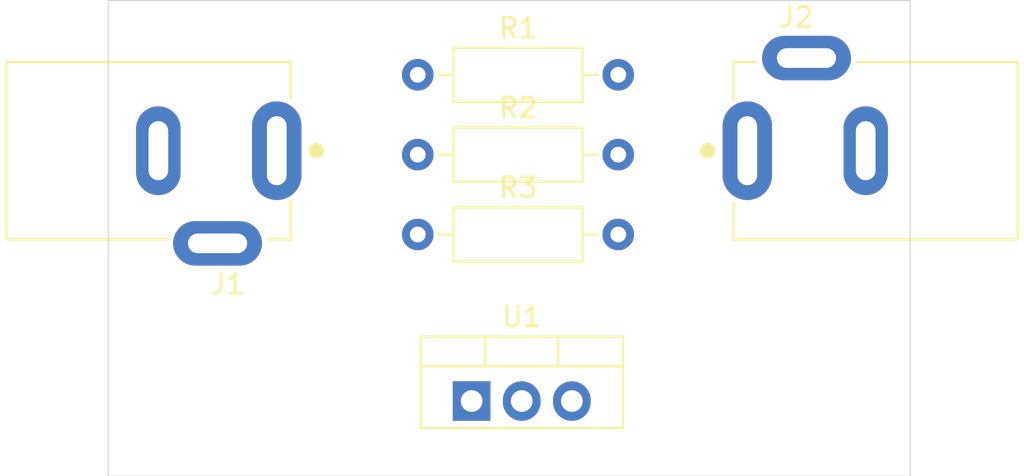
<source format=kicad_pcb>
(kicad_pcb (version 20240108) (generator "pcbnew") (generator_version "8.0")
  (layers (0 "F.Cu" signal) (31 "B.Cu" signal) (34 "B.Paste" user) (35 "F.Paste" user) (36 "B.SilkS" user "B.Silkscreen") (37 "F.SilkS" user "F.Silkscreen") (38 "B.Mask" user) (39 "F.Mask" user) (44 "Edge.Cuts" user))
  (net 0 "")
  (net 1 "GND")
  (net 2 "Net-(U1-VI)")
  (net 3 "Net-(J2-Pin_1)")
  (net 4 "Net-(U1-ADJ)")
  (net 5 "Net-(U1-VO)")
  (footprint "Resistor_THT:R_Axial_DIN0207_L6.3mm_D2.5mm_P10.16mm_Horizontal" (layer "F.Cu") (at 76.01 46.95)
    (property "Reference" "R1" (at 5.08 -2.37 0) (layer "F.SilkS"))
    (property "Value" "237")
    (fp_line (start 1.04 0) (end 1.81 0) (stroke (width 0.12)) (layer "F.SilkS"))
    (fp_line (start 1.81 -1.37) (end 1.81 1.37) (stroke (width 0.12)) (layer "F.SilkS"))
    (fp_line (start 1.81 1.37) (end 8.35 1.37) (stroke (width 0.12)) (layer "F.SilkS"))
    (fp_line (start 8.35 -1.37) (end 1.81 -1.37) (stroke (width 0.12)) (layer "F.SilkS"))
    (fp_line (start 8.35 1.37) (end 8.35 -1.37) (stroke (width 0.12)) (layer "F.SilkS"))
    (fp_line (start 9.12 0) (end 8.35 0) (stroke (width 0.12)) (layer "F.SilkS"))
    (pad "1" thru_hole circle (at 0 0) (size 1.6 1.6) (drill 0.8) (layers "*.Cu" "*.Mask") (net 3 "Net-(J2-Pin_1)"))
    (pad "2" thru_hole oval (at 10.16 0) (size 1.6 1.6) (drill 0.8) (layers "*.Cu" "*.Mask") (net 4 "Net-(U1-ADJ)"))
  )
  (footprint "CUI_PJ-002B:CUI_PJ-002B" (layer "F.Cu") (at 68.865 50.8 180)
    (property "Reference" "J1" (at 2.486547 -6.769195 360) (layer "F.SilkS") (effects (font (size 1.000622 1.000622))))
    (property "Value" "Barrel_Jack")
    (fp_line (start 13.7 4.5) (end -0.7 4.5) (stroke (width 0.127)) (layer "F.SilkS"))
    (fp_line (start 13.7 -4.5) (end 13.7 4.5) (stroke (width 0.127)) (layer "F.SilkS"))
    (fp_line (start 5.55 -4.5) (end 13.7 -4.5) (stroke (width 0.127)) (layer "F.SilkS"))
    (fp_line (start -0.7 4.5) (end -0.7 2.65) (stroke (width 0.127)) (layer "F.SilkS"))
    (fp_line (start -0.7 -2.55) (end -0.7 -4.5) (stroke (width 0.127)) (layer "F.SilkS"))
    (fp_line (start -0.7 -4.5) (end 0.45 -4.5) (stroke (width 0.127)) (layer "F.SilkS"))
    (fp_circle (center -2 0) (end -1.8 0) (stroke (width 0.4)) (fill none) (layer "F.SilkS"))
    (pad "1" thru_hole oval (at 0 0 180) (size 2.5 5) (drill oval 1 3.5) (layers "*.Cu" "*.Mask") (net 2 "Net-(U1-VI)"))
    (pad "2" thru_hole oval (at 6 0 180) (size 2.25 4.5) (drill oval 1 3) (layers "*.Cu" "*.Mask") (net 1 "GND"))
    (pad "3" thru_hole oval (at 3 -4.7 180) (size 4.5 2.25) (drill oval 3 1) (layers "*.Cu" "*.Mask"))
  )
  (footprint "Resistor_THT:R_Axial_DIN0207_L6.3mm_D2.5mm_P10.16mm_Horizontal" (layer "F.Cu") (at 76.01 51)
    (property "Reference" "R2" (at 5.08 -2.37 0) (layer "F.SilkS"))
    (property "Value" "1.3k")
    (fp_line (start 1.04 0) (end 1.81 0) (stroke (width 0.12)) (layer "F.SilkS"))
    (fp_line (start 1.81 -1.37) (end 1.81 1.37) (stroke (width 0.12)) (layer "F.SilkS"))
    (fp_line (start 1.81 1.37) (end 8.35 1.37) (stroke (width 0.12)) (layer "F.SilkS"))
    (fp_line (start 8.35 -1.37) (end 1.81 -1.37) (stroke (width 0.12)) (layer "F.SilkS"))
    (fp_line (start 8.35 1.37) (end 8.35 -1.37) (stroke (width 0.12)) (layer "F.SilkS"))
    (fp_line (start 9.12 0) (end 8.35 0) (stroke (width 0.12)) (layer "F.SilkS"))
    (pad "1" thru_hole circle (at 0 0) (size 1.6 1.6) (drill 0.8) (layers "*.Cu" "*.Mask") (net 4 "Net-(U1-ADJ)"))
    (pad "2" thru_hole oval (at 10.16 0) (size 1.6 1.6) (drill 0.8) (layers "*.Cu" "*.Mask") (net 1 "GND"))
  )
  (footprint "CUI_PJ-002B:CUI_PJ-002B" (layer "F.Cu") (at 92.71 50.8)
    (property "Reference" "J2" (at 2.486547 -6.769195 360) (layer "F.SilkS") (effects (font (size 1.000622 1.000622))))
    (property "Value" "Conn_01x02")
    (fp_line (start -0.7 -4.5) (end 0.45 -4.5) (stroke (width 0.127)) (layer "F.SilkS"))
    (fp_line (start -0.7 -2.55) (end -0.7 -4.5) (stroke (width 0.127)) (layer "F.SilkS"))
    (fp_line (start -0.7 4.5) (end -0.7 2.65) (stroke (width 0.127)) (layer "F.SilkS"))
    (fp_line (start 5.55 -4.5) (end 13.7 -4.5) (stroke (width 0.127)) (layer "F.SilkS"))
    (fp_line (start 13.7 -4.5) (end 13.7 4.5) (stroke (width 0.127)) (layer "F.SilkS"))
    (fp_line (start 13.7 4.5) (end -0.7 4.5) (stroke (width 0.127)) (layer "F.SilkS"))
    (fp_circle (center -2 0) (end -1.8 0) (stroke (width 0.4)) (fill none) (layer "F.SilkS"))
    (pad "1" thru_hole oval (at 0 0) (size 2.5 5) (drill oval 1 3.5) (layers "*.Cu" "*.Mask") (net 3 "Net-(J2-Pin_1)"))
    (pad "2" thru_hole oval (at 6 0) (size 2.25 4.5) (drill oval 1 3) (layers "*.Cu" "*.Mask") (net 1 "GND"))
    (pad "3" thru_hole oval (at 3 -4.7) (size 4.5 2.25) (drill oval 3 1) (layers "*.Cu" "*.Mask"))
  )
  (footprint "Resistor_THT:R_Axial_DIN0207_L6.3mm_D2.5mm_P10.16mm_Horizontal" (layer "F.Cu") (at 76.01 55.05)
    (property "Reference" "R3" (at 5.08 -2.37 0) (layer "F.SilkS"))
    (property "Value" "4.7 Ohm")
    (fp_line (start 1.04 0) (end 1.81 0) (stroke (width 0.12)) (layer "F.SilkS"))
    (fp_line (start 1.81 -1.37) (end 1.81 1.37) (stroke (width 0.12)) (layer "F.SilkS"))
    (fp_line (start 1.81 1.37) (end 8.35 1.37) (stroke (width 0.12)) (layer "F.SilkS"))
    (fp_line (start 8.35 -1.37) (end 1.81 -1.37) (stroke (width 0.12)) (layer "F.SilkS"))
    (fp_line (start 8.35 1.37) (end 8.35 -1.37) (stroke (width 0.12)) (layer "F.SilkS"))
    (fp_line (start 9.12 0) (end 8.35 0) (stroke (width 0.12)) (layer "F.SilkS"))
    (pad "1" thru_hole circle (at 0 0) (size 1.6 1.6) (drill 0.8) (layers "*.Cu" "*.Mask") (net 5 "Net-(U1-VO)"))
    (pad "2" thru_hole oval (at 10.16 0) (size 1.6 1.6) (drill 0.8) (layers "*.Cu" "*.Mask") (net 3 "Net-(J2-Pin_1)"))
  )
  (footprint "Package_TO_SOT_THT:TO-220-3_Vertical" (layer "F.Cu") (at 78.74 63.5)
    (property "Reference" "U1" (at 2.54 -4.27 0) (layer "F.SilkS"))
    (property "Value" "LM317_TO-220")
    (fp_line (start -2.58 -3.27) (end -2.58 1.371) (stroke (width 0.12)) (layer "F.SilkS"))
    (fp_line (start -2.58 -3.27) (end 7.66 -3.27) (stroke (width 0.12)) (layer "F.SilkS"))
    (fp_line (start -2.58 -1.76) (end 7.66 -1.76) (stroke (width 0.12)) (layer "F.SilkS"))
    (fp_line (start -2.58 1.371) (end 7.66 1.371) (stroke (width 0.12)) (layer "F.SilkS"))
    (fp_line (start 0.69 -3.27) (end 0.69 -1.76) (stroke (width 0.12)) (layer "F.SilkS"))
    (fp_line (start 4.391 -3.27) (end 4.391 -1.76) (stroke (width 0.12)) (layer "F.SilkS"))
    (fp_line (start 7.66 -3.27) (end 7.66 1.371) (stroke (width 0.12)) (layer "F.SilkS"))
    (pad "1" thru_hole rect (at 0 0) (size 1.905 2) (drill 1.1) (layers "*.Cu" "*.Mask") (net 4 "Net-(U1-ADJ)"))
    (pad "2" thru_hole oval (at 2.54 0) (size 1.905 2) (drill 1.1) (layers "*.Cu" "*.Mask") (net 5 "Net-(U1-VO)"))
    (pad "3" thru_hole oval (at 5.08 0) (size 1.905 2) (drill 1.1) (layers "*.Cu" "*.Mask") (net 2 "Net-(U1-VI)"))
  )
  (gr_line (start 100.965 43.18) (end 100.965 67.31) (stroke (width 0.05)) (layer "Edge.Cuts"))
  (gr_line (start 60.325 43.18) (end 100.965 43.18) (stroke (width 0.05)) (layer "Edge.Cuts"))
  (gr_line (start 60.325 67.31) (end 60.325 43.18) (stroke (width 0.05)) (layer "Edge.Cuts"))
  (gr_line (start 100.965 67.31) (end 60.325 67.31) (stroke (width 0.05)) (layer "Edge.Cuts"))
)
</source>
